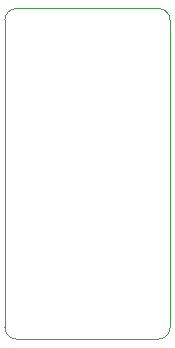
<source format=gbr>
%TF.GenerationSoftware,KiCad,Pcbnew,(6.0.1-0)*%
%TF.CreationDate,2022-02-11T12:22:00+00:00*%
%TF.ProjectId,Shelly,5368656c-6c79-42e6-9b69-6361645f7063,4*%
%TF.SameCoordinates,Original*%
%TF.FileFunction,Profile,NP*%
%FSLAX46Y46*%
G04 Gerber Fmt 4.6, Leading zero omitted, Abs format (unit mm)*
G04 Created by KiCad (PCBNEW (6.0.1-0)) date 2022-02-11 12:22:00*
%MOMM*%
%LPD*%
G01*
G04 APERTURE LIST*
%TA.AperFunction,Profile*%
%ADD10C,0.100000*%
%TD*%
G04 APERTURE END LIST*
D10*
X170000000Y-56000000D02*
X170000000Y-82000000D01*
X184000000Y-56000000D02*
G75*
G03*
X183000000Y-55000000I-999999J1D01*
G01*
X171000000Y-55000000D02*
G75*
G03*
X170000000Y-56000000I-1J-999999D01*
G01*
X170000000Y-82000000D02*
G75*
G03*
X171000000Y-83000000I999999J-1D01*
G01*
X171000000Y-83000000D02*
X183000000Y-83000000D01*
X183000000Y-83000000D02*
G75*
G03*
X184000000Y-82000000I1J999999D01*
G01*
X183000000Y-55000000D02*
X171000000Y-55000000D01*
X184000000Y-82000000D02*
X184000000Y-56000000D01*
M02*

</source>
